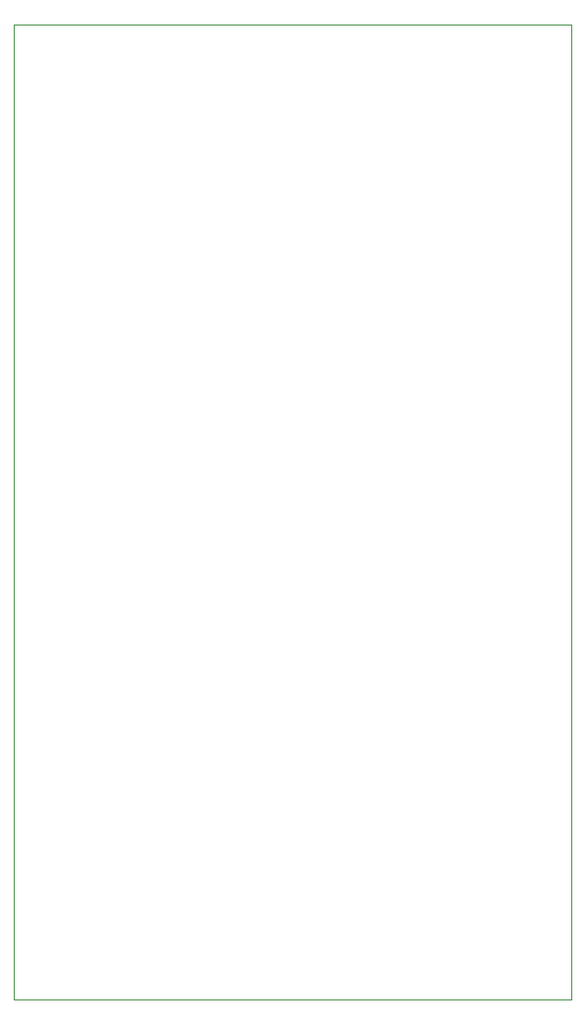
<source format=gbr>
%TF.GenerationSoftware,KiCad,Pcbnew,8.0.3*%
%TF.CreationDate,2024-10-23T15:03:03-04:00*%
%TF.ProjectId,mcu-board,6d63752d-626f-4617-9264-2e6b69636164,rev?*%
%TF.SameCoordinates,Original*%
%TF.FileFunction,Profile,NP*%
%FSLAX46Y46*%
G04 Gerber Fmt 4.6, Leading zero omitted, Abs format (unit mm)*
G04 Created by KiCad (PCBNEW 8.0.3) date 2024-10-23 15:03:03*
%MOMM*%
%LPD*%
G01*
G04 APERTURE LIST*
%TA.AperFunction,Profile*%
%ADD10C,0.050000*%
%TD*%
G04 APERTURE END LIST*
D10*
X140970000Y-30940000D02*
X188980000Y-30940000D01*
X188980000Y-114995000D01*
X140970000Y-114995000D01*
X140970000Y-30940000D01*
M02*

</source>
